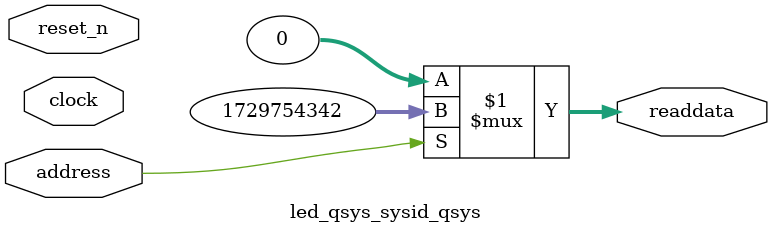
<source format=v>

`timescale 1ns / 1ps
// synthesis translate_on

// turn off superfluous verilog processor warnings 
// altera message_level Level1 
// altera message_off 10034 10035 10036 10037 10230 10240 10030 

module led_qsys_sysid_qsys (
               // inputs:
                address,
                clock,
                reset_n,

               // outputs:
                readdata
             )
;

  output  [ 31: 0] readdata;
  input            address;
  input            clock;
  input            reset_n;

  wire    [ 31: 0] readdata;
  //control_slave, which is an e_avalon_slave
  assign readdata = address ? 1729754342 : 0;

endmodule




</source>
